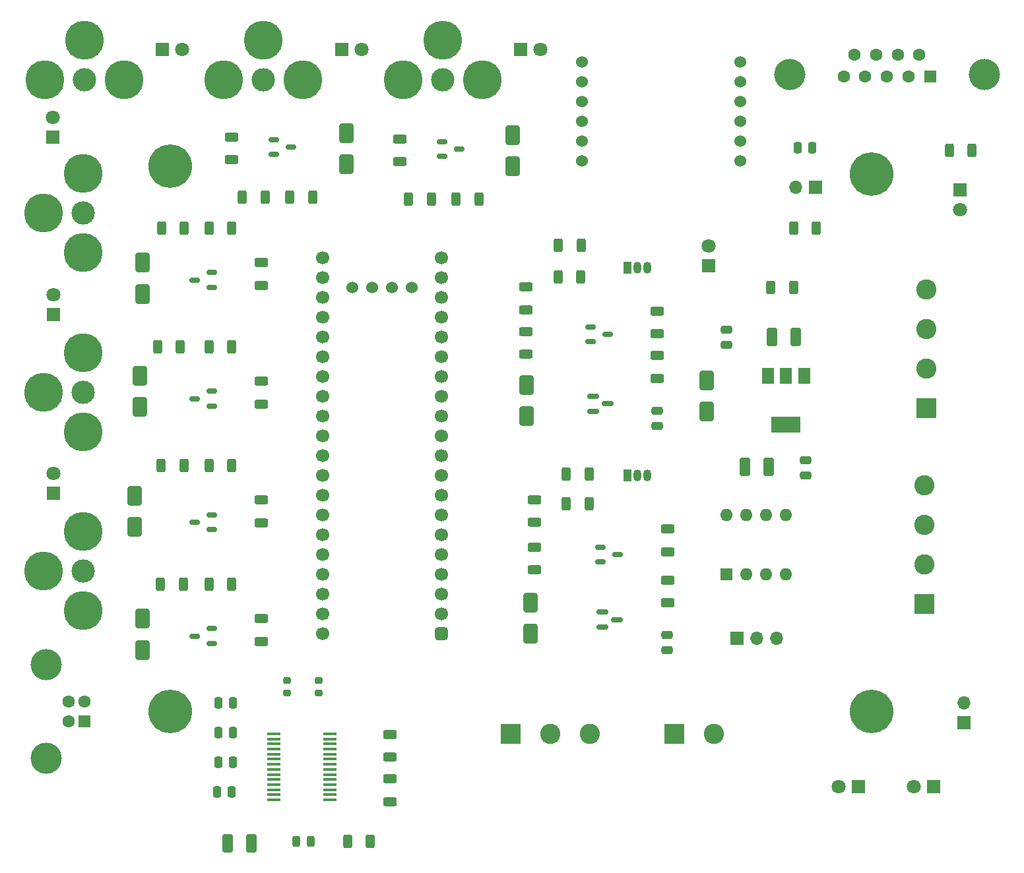
<source format=gts>
G04 #@! TF.GenerationSoftware,KiCad,Pcbnew,7.0.2*
G04 #@! TF.CreationDate,2023-05-21T20:01:26+03:00*
G04 #@! TF.ProjectId,DewController-V1.0,44657743-6f6e-4747-926f-6c6c65722d56,rev?*
G04 #@! TF.SameCoordinates,Original*
G04 #@! TF.FileFunction,Soldermask,Top*
G04 #@! TF.FilePolarity,Negative*
%FSLAX46Y46*%
G04 Gerber Fmt 4.6, Leading zero omitted, Abs format (unit mm)*
G04 Created by KiCad (PCBNEW 7.0.2) date 2023-05-21 20:01:26*
%MOMM*%
%LPD*%
G01*
G04 APERTURE LIST*
G04 Aperture macros list*
%AMRoundRect*
0 Rectangle with rounded corners*
0 $1 Rounding radius*
0 $2 $3 $4 $5 $6 $7 $8 $9 X,Y pos of 4 corners*
0 Add a 4 corners polygon primitive as box body*
4,1,4,$2,$3,$4,$5,$6,$7,$8,$9,$2,$3,0*
0 Add four circle primitives for the rounded corners*
1,1,$1+$1,$2,$3*
1,1,$1+$1,$4,$5*
1,1,$1+$1,$6,$7*
1,1,$1+$1,$8,$9*
0 Add four rect primitives between the rounded corners*
20,1,$1+$1,$2,$3,$4,$5,0*
20,1,$1+$1,$4,$5,$6,$7,0*
20,1,$1+$1,$6,$7,$8,$9,0*
20,1,$1+$1,$8,$9,$2,$3,0*%
G04 Aperture macros list end*
%ADD10RoundRect,0.150000X-0.587500X-0.150000X0.587500X-0.150000X0.587500X0.150000X-0.587500X0.150000X0*%
%ADD11RoundRect,0.150000X-0.512500X-0.150000X0.512500X-0.150000X0.512500X0.150000X-0.512500X0.150000X0*%
%ADD12RoundRect,0.150000X0.512500X0.150000X-0.512500X0.150000X-0.512500X-0.150000X0.512500X-0.150000X0*%
%ADD13RoundRect,0.250000X0.625000X-0.312500X0.625000X0.312500X-0.625000X0.312500X-0.625000X-0.312500X0*%
%ADD14RoundRect,0.250000X-0.625000X0.312500X-0.625000X-0.312500X0.625000X-0.312500X0.625000X0.312500X0*%
%ADD15R,1.700000X1.700000*%
%ADD16O,1.700000X1.700000*%
%ADD17RoundRect,0.250000X-0.250000X-0.475000X0.250000X-0.475000X0.250000X0.475000X-0.250000X0.475000X0*%
%ADD18R,1.750000X0.450000*%
%ADD19RoundRect,0.250000X0.650000X-1.000000X0.650000X1.000000X-0.650000X1.000000X-0.650000X-1.000000X0*%
%ADD20R,1.800000X1.800000*%
%ADD21C,1.800000*%
%ADD22R,1.600000X1.600000*%
%ADD23C,1.600000*%
%ADD24C,4.000000*%
%ADD25RoundRect,0.250000X0.312500X0.625000X-0.312500X0.625000X-0.312500X-0.625000X0.312500X-0.625000X0*%
%ADD26RoundRect,0.250000X-0.312500X-0.625000X0.312500X-0.625000X0.312500X0.625000X-0.312500X0.625000X0*%
%ADD27R,1.050000X1.500000*%
%ADD28O,1.050000X1.500000*%
%ADD29C,5.600000*%
%ADD30RoundRect,0.250000X0.250000X0.475000X-0.250000X0.475000X-0.250000X-0.475000X0.250000X-0.475000X0*%
%ADD31RoundRect,0.250000X-0.412500X-0.925000X0.412500X-0.925000X0.412500X0.925000X-0.412500X0.925000X0*%
%ADD32RoundRect,0.250000X-0.475000X0.250000X-0.475000X-0.250000X0.475000X-0.250000X0.475000X0.250000X0*%
%ADD33C,5.000000*%
%ADD34C,3.000000*%
%ADD35R,2.600000X2.600000*%
%ADD36C,2.600000*%
%ADD37RoundRect,0.218750X0.256250X-0.218750X0.256250X0.218750X-0.256250X0.218750X-0.256250X-0.218750X0*%
%ADD38R,1.500000X2.000000*%
%ADD39R,3.800000X2.000000*%
%ADD40RoundRect,0.250000X0.475000X-0.250000X0.475000X0.250000X-0.475000X0.250000X-0.475000X-0.250000X0*%
%ADD41O,1.600000X1.600000*%
%ADD42RoundRect,0.243750X0.243750X0.456250X-0.243750X0.456250X-0.243750X-0.456250X0.243750X-0.456250X0*%
%ADD43C,1.524000*%
%ADD44RoundRect,0.425000X-0.425000X-0.425000X0.425000X-0.425000X0.425000X0.425000X-0.425000X0.425000X0*%
%ADD45C,1.700000*%
%ADD46RoundRect,0.250000X0.412500X0.925000X-0.412500X0.925000X-0.412500X-0.925000X0.412500X-0.925000X0*%
%ADD47RoundRect,0.250000X-0.650000X1.000000X-0.650000X-1.000000X0.650000X-1.000000X0.650000X1.000000X0*%
G04 APERTURE END LIST*
D10*
X89565000Y-64791000D03*
X91440000Y-65741000D03*
X89565000Y-66691000D03*
X90716500Y-92498000D03*
X92591500Y-93448000D03*
X90716500Y-94398000D03*
D11*
X89165000Y-55889000D03*
X91440000Y-56839000D03*
X89165000Y-57789000D03*
X90435000Y-84140000D03*
X92710000Y-85090000D03*
X90435000Y-86040000D03*
D12*
X40640000Y-50800000D03*
X38365000Y-49850000D03*
X40640000Y-48900000D03*
X40640000Y-96520000D03*
X38365000Y-95570000D03*
X40640000Y-94620000D03*
D11*
X48525000Y-31810000D03*
X50800000Y-32760000D03*
X48525000Y-33710000D03*
D12*
X40640000Y-81910000D03*
X38365000Y-80960000D03*
X40640000Y-80010000D03*
D11*
X70115000Y-32070000D03*
X72390000Y-33020000D03*
X70115000Y-33970000D03*
D12*
X40640000Y-66040000D03*
X38365000Y-65090000D03*
X40640000Y-64140000D03*
D13*
X82042000Y-87063000D03*
X82042000Y-84138000D03*
D14*
X99081000Y-88365400D03*
X99081000Y-91290400D03*
D15*
X137160000Y-106680000D03*
D16*
X137160000Y-104140000D03*
D13*
X80899000Y-59373000D03*
X80899000Y-56448000D03*
X64770000Y-31750000D03*
X64770000Y-34675000D03*
D14*
X97790000Y-59566500D03*
X97790000Y-62491500D03*
D17*
X41403000Y-111760000D03*
X43303000Y-111760000D03*
D18*
X55790200Y-116589400D03*
X55790200Y-115939400D03*
X55790200Y-115289400D03*
X55790200Y-114639400D03*
X55790200Y-113989400D03*
X55790200Y-113339400D03*
X55790200Y-112689400D03*
X55790200Y-112039400D03*
X55790200Y-111389400D03*
X55790200Y-110739400D03*
X55790200Y-110089400D03*
X55790200Y-109439400D03*
X55790200Y-108789400D03*
X55790200Y-108139400D03*
X48590200Y-108139400D03*
X48590200Y-108789400D03*
X48590200Y-109439400D03*
X48590200Y-110089400D03*
X48590200Y-110739400D03*
X48590200Y-111389400D03*
X48590200Y-112039400D03*
X48590200Y-112689400D03*
X48590200Y-113339400D03*
X48590200Y-113989400D03*
X48590200Y-114639400D03*
X48590200Y-115289400D03*
X48590200Y-115939400D03*
X48590200Y-116589400D03*
D19*
X31750000Y-97347000D03*
X31750000Y-93347000D03*
D20*
X133223000Y-114935000D03*
D21*
X130683000Y-114935000D03*
D22*
X24240000Y-106490000D03*
D23*
X24240000Y-103990000D03*
X22240000Y-103990000D03*
X22240000Y-106490000D03*
D24*
X19380000Y-111240000D03*
X19380000Y-99240000D03*
D13*
X43180000Y-34421000D03*
X43180000Y-31496000D03*
D25*
X37022500Y-73660000D03*
X34097500Y-73660000D03*
D19*
X81026000Y-67310000D03*
X81026000Y-63310000D03*
D26*
X58035000Y-121920000D03*
X60960000Y-121920000D03*
D20*
X136637000Y-38320000D03*
D21*
X136637000Y-40860000D03*
D25*
X118165000Y-43180000D03*
X115240000Y-43180000D03*
D27*
X93980000Y-74930000D03*
D28*
X95250000Y-74930000D03*
X96520000Y-74930000D03*
D26*
X40255000Y-73660000D03*
X43180000Y-73660000D03*
D25*
X74882100Y-39480000D03*
X71957100Y-39480000D03*
D29*
X35240000Y-35240000D03*
D30*
X43303000Y-107950000D03*
X41403000Y-107950000D03*
D24*
X139730000Y-23440000D03*
X114730000Y-23440000D03*
D22*
X132770000Y-23740000D03*
D23*
X130000000Y-23740000D03*
X127230000Y-23740000D03*
X124460000Y-23740000D03*
X121690000Y-23740000D03*
X131385000Y-20900000D03*
X128615000Y-20900000D03*
X125845000Y-20900000D03*
X123075000Y-20900000D03*
D31*
X42645000Y-122150000D03*
X45720000Y-122150000D03*
D20*
X20240000Y-54240000D03*
D21*
X20240000Y-51700000D03*
D14*
X63500000Y-113915000D03*
X63500000Y-116840000D03*
D19*
X31344000Y-66146000D03*
X31344000Y-62146000D03*
D32*
X99060000Y-95443000D03*
X99060000Y-97343000D03*
D30*
X43303000Y-104140000D03*
X41403000Y-104140000D03*
D26*
X85024500Y-49467000D03*
X87949500Y-49467000D03*
D29*
X125240000Y-105240000D03*
D19*
X81534000Y-95250000D03*
X81534000Y-91250000D03*
D33*
X52320000Y-24130000D03*
D34*
X47240000Y-24130000D03*
D33*
X42160000Y-24130000D03*
X47240000Y-19050000D03*
D26*
X85086000Y-45403000D03*
X88011000Y-45403000D03*
D30*
X117663000Y-32893000D03*
X115763000Y-32893000D03*
D35*
X132304000Y-66294000D03*
D36*
X132304000Y-61214000D03*
X132304000Y-56134000D03*
X132304000Y-51054000D03*
D30*
X43180000Y-115570000D03*
X41280000Y-115570000D03*
D37*
X50216000Y-102870000D03*
X50216000Y-101295000D03*
D26*
X112327500Y-50800000D03*
X115252500Y-50800000D03*
D14*
X46990000Y-47595000D03*
X46990000Y-50520000D03*
D33*
X29320000Y-24130000D03*
D34*
X24240000Y-24130000D03*
D33*
X19160000Y-24130000D03*
X24240000Y-19050000D03*
D20*
X57240000Y-20240000D03*
D21*
X59780000Y-20240000D03*
D38*
X116600000Y-62133000D03*
X114300000Y-62133000D03*
X112000000Y-62133000D03*
D39*
X114300000Y-68433000D03*
D33*
X75320000Y-24130000D03*
D34*
X70240000Y-24130000D03*
D33*
X65160000Y-24130000D03*
X70240000Y-19050000D03*
D27*
X93980000Y-48260000D03*
D28*
X95250000Y-48260000D03*
X96520000Y-48260000D03*
D26*
X34159000Y-43180000D03*
X37084000Y-43180000D03*
D14*
X97790000Y-53851500D03*
X97790000Y-56776500D03*
D33*
X24130000Y-59160000D03*
D34*
X24130000Y-64240000D03*
D33*
X24130000Y-69320000D03*
X19050000Y-64240000D03*
D26*
X40255000Y-88900000D03*
X43180000Y-88900000D03*
D25*
X68786100Y-39480000D03*
X65861100Y-39480000D03*
D40*
X106680000Y-58154000D03*
X106680000Y-56254000D03*
D26*
X86106000Y-74740000D03*
X89031000Y-74740000D03*
D35*
X99949000Y-108097000D03*
D36*
X105029000Y-108097000D03*
D20*
X20193000Y-31501000D03*
D21*
X20193000Y-28961000D03*
D22*
X106680000Y-87630000D03*
D41*
X109220000Y-87630000D03*
X111760000Y-87630000D03*
X114300000Y-87630000D03*
X114300000Y-80010000D03*
X111760000Y-80010000D03*
X109220000Y-80010000D03*
X106680000Y-80010000D03*
D19*
X31750000Y-51627000D03*
X31750000Y-47627000D03*
D42*
X53309500Y-121920000D03*
X51434500Y-121920000D03*
D43*
X88080000Y-21890000D03*
X88080000Y-24430000D03*
X88080000Y-26970000D03*
X88080000Y-29510000D03*
X88080000Y-32050000D03*
X88080000Y-34590000D03*
X108400000Y-34590000D03*
X108400000Y-32050000D03*
X108400000Y-29510000D03*
X108400000Y-26970000D03*
X108400000Y-24430000D03*
X108400000Y-21890000D03*
D40*
X116840000Y-74930000D03*
X116840000Y-73030000D03*
D29*
X35240000Y-105240000D03*
D26*
X40255000Y-58420000D03*
X43180000Y-58420000D03*
X40255000Y-43180000D03*
X43180000Y-43180000D03*
X86106000Y-78550000D03*
X89031000Y-78550000D03*
D37*
X54280000Y-102870000D03*
X54280000Y-101295000D03*
D14*
X46990000Y-93315000D03*
X46990000Y-96240000D03*
D44*
X70104000Y-95250000D03*
D45*
X70104000Y-92710000D03*
X70104000Y-90170000D03*
X70104000Y-87630000D03*
X70104000Y-85090000D03*
X70104000Y-82550000D03*
X70104000Y-80010000D03*
X70104000Y-77470000D03*
X70104000Y-74930000D03*
X70104000Y-72390000D03*
X70104000Y-69850000D03*
X70104000Y-67310000D03*
X70104000Y-64770000D03*
X70104000Y-62230000D03*
X70104000Y-59690000D03*
X70104000Y-57150000D03*
X70104000Y-54610000D03*
X70104000Y-52070000D03*
X70104000Y-49530000D03*
X70104000Y-46990000D03*
X54864000Y-46990000D03*
X54864000Y-49530000D03*
X54864000Y-52070000D03*
X54864000Y-54610000D03*
X54864000Y-57150000D03*
X54864000Y-59690000D03*
X54864000Y-62230000D03*
X54864000Y-64770000D03*
X54864000Y-67310000D03*
X54864000Y-69850000D03*
X54864000Y-72390000D03*
X54864000Y-74930000D03*
X54864000Y-77470000D03*
X54864000Y-80010000D03*
X54864000Y-82550000D03*
X54864000Y-85090000D03*
X54864000Y-87630000D03*
X54864000Y-90170000D03*
X54864000Y-92710000D03*
X54864000Y-95250000D03*
D43*
X66294000Y-50800000D03*
X63754000Y-50800000D03*
X61214000Y-50800000D03*
X58674000Y-50800000D03*
D13*
X82042000Y-80967000D03*
X82042000Y-78042000D03*
D32*
X97790000Y-66680000D03*
X97790000Y-68580000D03*
D29*
X125240000Y-36240000D03*
D14*
X99081000Y-81822900D03*
X99081000Y-84747900D03*
X46990000Y-78075000D03*
X46990000Y-81000000D03*
D25*
X138165000Y-33240000D03*
X135240000Y-33240000D03*
D26*
X34036000Y-88900000D03*
X36961000Y-88900000D03*
D33*
X24130000Y-82160000D03*
D34*
X24130000Y-87240000D03*
D33*
X24130000Y-92320000D03*
X19050000Y-87240000D03*
D31*
X112495000Y-57150000D03*
X115570000Y-57150000D03*
D25*
X47450100Y-39226000D03*
X44525100Y-39226000D03*
D20*
X34240000Y-20240000D03*
D21*
X36780000Y-20240000D03*
D20*
X104390000Y-48011000D03*
D21*
X104390000Y-45471000D03*
D25*
X53546100Y-39226000D03*
X50621100Y-39226000D03*
D35*
X78994000Y-108097000D03*
D36*
X84074000Y-108097000D03*
X89154000Y-108097000D03*
D26*
X33651000Y-58420000D03*
X36576000Y-58420000D03*
D19*
X104140000Y-66770000D03*
X104140000Y-62770000D03*
D33*
X24130000Y-36160000D03*
D34*
X24130000Y-41240000D03*
D33*
X24130000Y-46320000D03*
X19050000Y-41240000D03*
D14*
X63500000Y-108204000D03*
X63500000Y-111129000D03*
D13*
X80899000Y-53662000D03*
X80899000Y-50737000D03*
D46*
X112092500Y-73845000D03*
X109017500Y-73845000D03*
D47*
X57912000Y-31020000D03*
X57912000Y-35020000D03*
D14*
X46990000Y-62835000D03*
X46990000Y-65760000D03*
D20*
X80240000Y-20240000D03*
D21*
X82780000Y-20240000D03*
D47*
X79248000Y-31274000D03*
X79248000Y-35274000D03*
D19*
X30734000Y-81537500D03*
X30734000Y-77537500D03*
D15*
X118034000Y-37938000D03*
D16*
X115494000Y-37938000D03*
D20*
X123571000Y-114935000D03*
D21*
X121031000Y-114935000D03*
D15*
X107965000Y-95885000D03*
D16*
X110505000Y-95885000D03*
X113045000Y-95885000D03*
D35*
X132050000Y-91440000D03*
D36*
X132050000Y-86360000D03*
X132050000Y-81280000D03*
X132050000Y-76200000D03*
D20*
X20240000Y-77240000D03*
D21*
X20240000Y-74700000D03*
M02*

</source>
